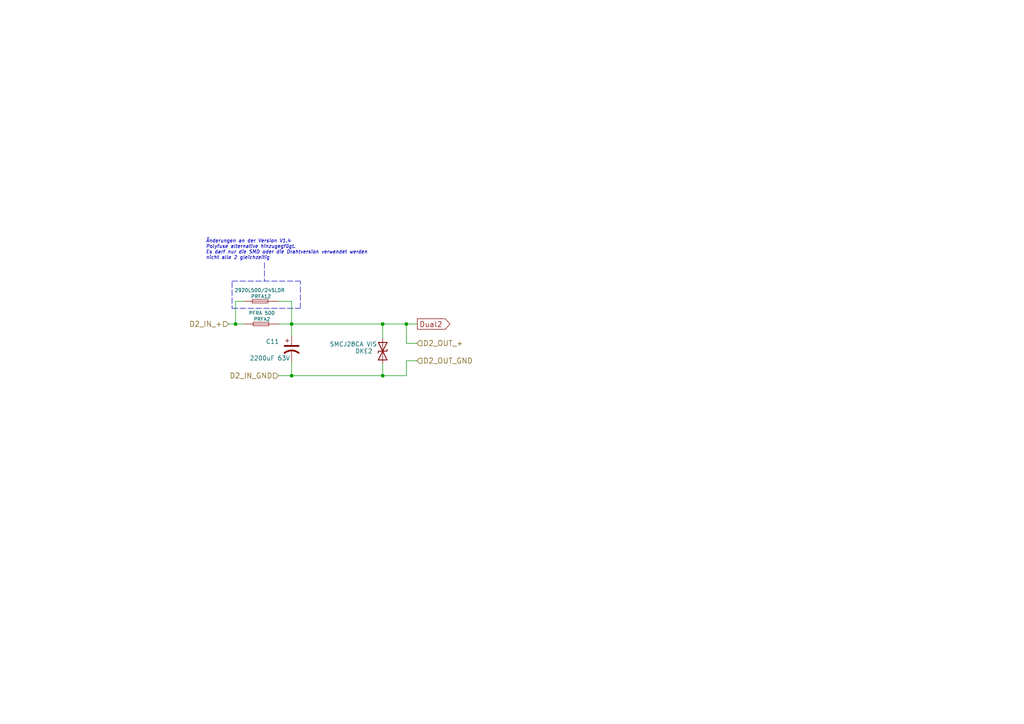
<source format=kicad_sch>
(kicad_sch (version 20220126) (generator eeschema)
  (paper "A4")
  (title_block (title "Ardumower shield SVN Version") (date "2021-01-18") (rev "1.4") (company "ML AG JL BS UZ") (comment 1 "Schaltplan und Layout UweZ"))
  (lib_symbols
    (symbol "Diode:1.5KExxCA" (pin_numbers hide) (pin_names (offset 1.016) hide)
      (property "Reference" "D" (at 0 2.54 0))
      (property "Value" "1.5KExxCA" (at 0 -2.54 0))
      (symbol "1.5KExxCA_0_1"
        (polyline (pts (xy 1.27 0) (xy -1.27 0)))
        (polyline (pts (xy -2.54 -1.27) (xy 0 0) (xy -2.54 1.27) (xy -2.54 -1.27)) (stroke (width 0.254)))
        (polyline (pts (xy 0.508 1.27) (xy 0 1.27) (xy 0 -1.27) (xy -0.508 -1.27)) (stroke (width 0.254)))
        (polyline (pts (xy 2.54 1.27) (xy 2.54 -1.27) (xy 0 0) (xy 2.54 1.27)) (stroke (width 0.254)))
      )
      (symbol "1.5KExxCA_1_1"
        (pin passive line (at -3.81 0 0) (length 2.54) (name "A1") (number "1"))
        (pin passive line (at 3.81 0 180) (length 2.54) (name "A2") (number "2"))
      )
    )
    (symbol "ardumower-mega-shield-svn-rescue:CP1-RESCUE-ardumower_mega_shield_svn" (pin_numbers hide) (pin_names (offset 0.254) hide)
      (property "Reference" "C" (at 0.635 2.54 0))
      (property "Value" "CP1-RESCUE-ardumower_mega_shield_svn" (at 0.635 -2.54 0))
      (symbol "CP1-RESCUE-ardumower_mega_shield_svn_0_1"
        (polyline (pts (xy -2.032 0.762) (xy 2.032 0.762)) (stroke (width 0.508)))
        (polyline (pts (xy -1.778 2.286) (xy -0.762 2.286)))
        (polyline (pts (xy -1.27 1.778) (xy -1.27 2.794)))
        (arc (start 2.032 -1.27) (mid 0 -0.5572) (end -2.032 -1.27) (stroke (width 0.508)))
      )
      (symbol "CP1-RESCUE-ardumower_mega_shield_svn_1_1"
        (pin passive line (at 0 3.81 270) (length 2.794) (name "~") (number "1"))
        (pin passive line (at 0 -3.81 90) (length 3.302) (name "~") (number "2"))
      )
    )
    (symbol "ardumower-mega-shield-svn-rescue:F_10A-RESCUE-ardumower_mega_shield_svn" (pin_numbers hide) (pin_names (offset 0.254))
      (property "Reference" "EF" (at -4.572 2.032 0))
      (property "Value" "F_10A-RESCUE-ardumower_mega_shield_svn" (at -2.54 -2.032 0))
      (symbol "F_10A-RESCUE-ardumower_mega_shield_svn_0_1"
        (polyline (pts (xy 2.032 0) (xy -2.54 0) (xy -2.54 0) (xy -2.54 0)))
        (polyline (pts (xy -2.54 0.508) (xy -2.54 -0.508) (xy 2.032 -0.508) (xy 2.032 0.508) (xy -2.54 0.508) (xy -2.54 0.508)))
      )
      (symbol "F_10A-RESCUE-ardumower_mega_shield_svn_1_1"
        (pin power_in line (at 5.08 0 180) (length 3.048) (name "~") (number "1"))
        (pin power_out line (at -5.08 0 0) (length 2.54) (name "~") (number "2"))
      )
    )
  )
  (junction (at 110.998 93.98) (diameter 0.9144))
  (junction (at 68.326 93.98) (diameter 0.9144))
  (junction (at 117.856 93.98) (diameter 0.9144))
  (junction (at 84.582 108.966) (diameter 0.9144))
  (junction (at 84.582 93.98) (diameter 0.9144))
  (junction (at 110.998 108.966) (diameter 0.9144))
  (wire (pts (xy 80.772 87.376) (xy 84.582 87.376)))
  (wire (pts (xy 110.998 105.664) (xy 110.998 108.966)))
  (wire (pts (xy 84.582 104.902) (xy 84.582 108.966)))
  (wire (pts (xy 81.026 93.98) (xy 84.582 93.98)))
  (wire (pts (xy 68.326 87.376) (xy 68.326 93.98)))
  (polyline (pts (xy 87.122 89.408) (xy 87.122 81.534)) (stroke (width 0) (type dash)))
  (wire (pts (xy 110.998 93.98) (xy 117.856 93.98)))
  (wire (pts (xy 110.998 108.966) (xy 117.856 108.966)))
  (wire (pts (xy 68.326 93.98) (xy 70.866 93.98)))
  (wire (pts (xy 66.294 93.98) (xy 68.326 93.98)))
  (polyline (pts (xy 67.31 81.788) (xy 67.31 89.408)) (stroke (width 0) (type dash)))
  (wire (pts (xy 84.582 93.98) (xy 110.998 93.98)))
  (wire (pts (xy 84.582 93.98) (xy 84.582 97.282)))
  (polyline (pts (xy 67.31 81.534) (xy 87.122 81.534)) (stroke (width 0) (type dash)))
  (wire (pts (xy 80.772 108.966) (xy 84.582 108.966)))
  (wire (pts (xy 120.904 99.568) (xy 117.856 99.568)))
  (wire (pts (xy 117.856 104.648) (xy 117.856 108.966)))
  (wire (pts (xy 70.612 87.376) (xy 68.326 87.376)))
  (wire (pts (xy 84.582 108.966) (xy 110.998 108.966)))
  (wire (pts (xy 84.582 87.376) (xy 84.582 93.98)))
  (wire (pts (xy 117.856 93.98) (xy 121.031 93.98)))
  (wire (pts (xy 117.856 99.568) (xy 117.856 93.98)))
  (wire (pts (xy 110.998 93.98) (xy 110.998 98.044)))
  (wire (pts (xy 120.904 104.648) (xy 117.856 104.648)))
  (polyline (pts (xy 76.708 76.2) (xy 76.708 81.534)) (stroke (width 0) (type dash)))
  (polyline (pts (xy 67.31 89.408) (xy 87.122 89.408)) (stroke (width 0) (type dash)))
  (text "Bernd, 14:34\nHi, habe gestern die Fragen zur Diode nicht gesehen, hier mein Feedback.\nDie 28V Diode fängt bei ca 31V an durchzuschalten. Von daher passt das da wir nicht über 30 V kommen.\nÜblicherweise soll die etwas Luft haben und nicht zu nahe an der Versorgungsspannung liegen,\nvon daher sind die üblicherweise um die 10% über der Versorgungsspannung. \nFür den Überspannungsschutz ist das egal ob die 200V Spikes dann auf 31 oder 33 V angebaut werden. \nWichtig ist dass diese may. Spannung unter der max. Spannung der zu schützenden Elektronik ist. \nVon daher hätte ich die 30V genutzt, aber die 28V tuns auch.\n" (at -0.762 -42.164 0) (effects (font (size 1 1)) (justify left bottom)))
  (text "Änderungen an der Version V1.4\nPolyfuse alternative hinzugegfügt.\nEs darf nur die SMD oder die Drahtversion verwendet werden\nnicht alle 2 gleichzeitig" (at 59.69 75.438 0) (effects (font (size 1 1) italic) (justify left bottom)))
  (global_label "Dual2" (shape output) (at 121.031 93.98 0) (effects (font (size 1.524 1.524))) (property "Intersheet References" "${INTERSHEET_REFS}" (effects hide)))
  (hierarchical_label "D2_OUT_GND" (shape input) (at 120.904 104.648 0) (effects (font (size 1.524 1.524))))
  (hierarchical_label "D2_IN_+" (shape input) (at 66.294 93.98 180) (effects (font (size 1.524 1.524))))
  (hierarchical_label "D2_OUT_+" (shape input) (at 120.904 99.568 0) (effects (font (size 1.524 1.524))))
  (hierarchical_label "D2_IN_GND" (shape input) (at 80.772 108.966 180) (effects (font (size 1.524 1.524))))
  (symbol (lib_id "ardumower-mega-shield-svn-rescue:F_10A-RESCUE-ardumower_mega_shield_svn") (at 75.946 93.98 0) (mirror x) (unit 1)
    (property "Reference" "PRFA2" (at 75.946 92.583 0) (effects (font (size 1.016 1.016))))
    (property "Value" "PFRA 500" (at 75.946 90.805 0) (effects (font (size 1.016 1.016))))
    (property "Footprint" "Zimprich:PRFA_500" (effects hide))
    (property "Datasheet" "https://cdn-reichelt.de/documents/datenblatt/C400/DS_PTC_30.pdf" (effects hide))
    (property "Bestelllink" "https://www.reichelt.de/de/en/resettable-fuses-max-40-a-30-v-14-5-s-pfra-500-p35215.html?GROUP=C48&GROUPID=7658&START=0&SORT=-rank&OFFSET=16&&r=1" (effects hide))
    (property "Technische Daten" "PFRA 500 Resettable fuses, max. 40 A, 30 V, 14.5 s" (effects hide))
    (property "Bestellnummer" "R: PFRA 500" (effects hide))
    (property "Funktion" "PFRA 500 Resettable fuses, max. 40 A, 30 V, 14.5 s" (effects hide))
    (property "Bestücken (Assemble)" "NEIN (NO)" (effects hide))
  )
  (symbol (lib_id "ardumower-mega-shield-svn-rescue:CP1-RESCUE-ardumower_mega_shield_svn") (at 84.582 101.092 0) (unit 1)
    (property "Reference" "C11" (at 77.089 99.06 0) (effects (justify left)))
    (property "Value" "2200uF 63V" (at 72.39 103.886 0) (effects (justify left)))
    (property "Footprint" "Capacitors_ThroughHole:C_Radial_D18_L36_P7.5" (effects hide))
    (property "Bestellnummer" "Value" (effects hide))
    (property "Bestücken (Assemble)" "NEIN (NO)" (effects hide))
  )
  (symbol (lib_id "ardumower-mega-shield-svn-rescue:F_10A-RESCUE-ardumower_mega_shield_svn") (at 75.692 87.376 0) (mirror x) (unit 1)
    (property "Reference" "PRFA12" (at 75.692 85.979 0) (effects (font (size 1.016 1.016))))
    (property "Value" "2920L500/24SLDR " (at 75.692 84.201 0) (effects (font (size 1.016 1.016))))
    (property "Footprint" "Fuse:Fuse_2920_7451Metric_Pad2.10x5.45mm_HandSolder" (effects hide))
    (property "Bestelllink" "https://www.mouser.de/ProductDetail/Littelfuse/2920L500-24SLDR/?qs=%2Fha2pyFadujrPVORV2ny8ShSp9F2IGH04BA1WKQYQ6Q%3D" (effects hide))
    (property "Bestellnummer" "R: PFRA 500" (effects hide))
    (property "Funktion" "PPTC PTC 24V POLYFUSE SMD 2920 SL 5.00A " (effects hide))
    (property "Reichelt-Bestellnummer" "R: PFRA 500" (effects hide))
    (property "Technische Daten" "PPTC PTC 24V POLYFUSE SMD 2920 SL 5.00A " (effects hide))
    (property "Gehäuseart" "2920" (effects hide))
  )
  (symbol (lib_id "Diode:1.5KExxCA") (at 110.998 101.854 90) (mirror x) (unit 1)
    (property "Reference" "DKE2" (at 105.518 101.854 90))
    (property "Value" "SMCJ28CA VIS" (at 102.482 99.822 90))
    (property "Footprint" "Diode_SMD:D_SMC" (effects hide))
    (property "Datasheet" "https://www.vishay.com/docs/88301/15ke.pdf" (effects hide))
    (property "Bestelllink" "https://www.reichelt.de/tvs-diode-bidirektional-28-v-1500-w-do-214ab-smc-smcj28ca-vis-p290948.html?&trstct=pos_0&nbc=1" (effects hide))
    (property "Bestellnummer" "R: SMCJ28CA VIS" (effects hide))
    (property "Bestücken (Assemble)" "JA (YES)" (effects hide))
    (property "Datasheet" "https://cdn-reichelt.de/documents/datenblatt/A400/SMCJ.pdf" (effects hide))
    (property "Funktion" "SMCJ28CA VIS TVS-Diode, bidirektional, 28 V, 1500 W, DO-214AB/SMC" (effects hide))
    (property "Gehäuseart" "DO-214AB/SMC" (effects hide))
    (property "Hersteller" "Value" (effects hide))
    (property "Hersteller Bestellnummer" "Value" (effects hide))
    (property "Reference" "DKE999" (effects hide))
    (property "Technische Daten" "SMCJ28CA VIS TVS-Diode, bidirektional, 28 V, 1500 W, DO-214AB/SMC" (effects hide))
    (property "Value" "SMCJ28CA VIS" (effects hide))
    (property "JLCPCB LCSC Part" "C10245" (effects hide))
  )
)
</source>
